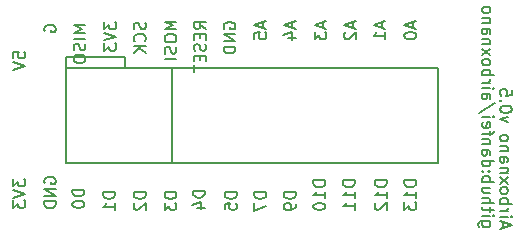
<source format=gbr>
G04 #@! TF.FileFunction,Legend,Bot*
%FSLAX46Y46*%
G04 Gerber Fmt 4.6, Leading zero omitted, Abs format (unit mm)*
G04 Created by KiCad (PCBNEW 4.0.7-e2-6376~61~ubuntu18.04.1) date Sun Sep 30 15:28:24 2018*
%MOMM*%
%LPD*%
G01*
G04 APERTURE LIST*
%ADD10C,0.100000*%
%ADD11C,0.150000*%
G04 APERTURE END LIST*
D10*
D11*
X91114286Y-69457143D02*
X90304762Y-69457143D01*
X90209524Y-69504762D01*
X90161905Y-69552381D01*
X90114286Y-69647620D01*
X90114286Y-69790477D01*
X90161905Y-69885715D01*
X90495238Y-69457143D02*
X90447619Y-69552381D01*
X90447619Y-69742858D01*
X90495238Y-69838096D01*
X90542857Y-69885715D01*
X90638095Y-69933334D01*
X90923810Y-69933334D01*
X91019048Y-69885715D01*
X91066667Y-69838096D01*
X91114286Y-69742858D01*
X91114286Y-69552381D01*
X91066667Y-69457143D01*
X90447619Y-68980953D02*
X91114286Y-68980953D01*
X91447619Y-68980953D02*
X91400000Y-69028572D01*
X91352381Y-68980953D01*
X91400000Y-68933334D01*
X91447619Y-68980953D01*
X91352381Y-68980953D01*
X91114286Y-68647620D02*
X91114286Y-68266668D01*
X91447619Y-68504763D02*
X90590476Y-68504763D01*
X90495238Y-68457144D01*
X90447619Y-68361906D01*
X90447619Y-68266668D01*
X90447619Y-67933334D02*
X91447619Y-67933334D01*
X90447619Y-67504762D02*
X90971429Y-67504762D01*
X91066667Y-67552381D01*
X91114286Y-67647619D01*
X91114286Y-67790477D01*
X91066667Y-67885715D01*
X91019048Y-67933334D01*
X91114286Y-66600000D02*
X90447619Y-66600000D01*
X91114286Y-67028572D02*
X90590476Y-67028572D01*
X90495238Y-66980953D01*
X90447619Y-66885715D01*
X90447619Y-66742857D01*
X90495238Y-66647619D01*
X90542857Y-66600000D01*
X90447619Y-66123810D02*
X91447619Y-66123810D01*
X91066667Y-66123810D02*
X91114286Y-66028572D01*
X91114286Y-65838095D01*
X91066667Y-65742857D01*
X91019048Y-65695238D01*
X90923810Y-65647619D01*
X90638095Y-65647619D01*
X90542857Y-65695238D01*
X90495238Y-65742857D01*
X90447619Y-65838095D01*
X90447619Y-66028572D01*
X90495238Y-66123810D01*
X90542857Y-65219048D02*
X90495238Y-65171429D01*
X90447619Y-65219048D01*
X90495238Y-65266667D01*
X90542857Y-65219048D01*
X90447619Y-65219048D01*
X91066667Y-65219048D02*
X91019048Y-65171429D01*
X90971429Y-65219048D01*
X91019048Y-65266667D01*
X91066667Y-65219048D01*
X90971429Y-65219048D01*
X90447619Y-64314286D02*
X91447619Y-64314286D01*
X90495238Y-64314286D02*
X90447619Y-64409524D01*
X90447619Y-64600001D01*
X90495238Y-64695239D01*
X90542857Y-64742858D01*
X90638095Y-64790477D01*
X90923810Y-64790477D01*
X91019048Y-64742858D01*
X91066667Y-64695239D01*
X91114286Y-64600001D01*
X91114286Y-64409524D01*
X91066667Y-64314286D01*
X90447619Y-63409524D02*
X90971429Y-63409524D01*
X91066667Y-63457143D01*
X91114286Y-63552381D01*
X91114286Y-63742858D01*
X91066667Y-63838096D01*
X90495238Y-63409524D02*
X90447619Y-63504762D01*
X90447619Y-63742858D01*
X90495238Y-63838096D01*
X90590476Y-63885715D01*
X90685714Y-63885715D01*
X90780952Y-63838096D01*
X90828571Y-63742858D01*
X90828571Y-63504762D01*
X90876190Y-63409524D01*
X91114286Y-62933334D02*
X90447619Y-62933334D01*
X91019048Y-62933334D02*
X91066667Y-62885715D01*
X91114286Y-62790477D01*
X91114286Y-62647619D01*
X91066667Y-62552381D01*
X90971429Y-62504762D01*
X90447619Y-62504762D01*
X91114286Y-62171429D02*
X91114286Y-61790477D01*
X90447619Y-62028572D02*
X91304762Y-62028572D01*
X91400000Y-61980953D01*
X91447619Y-61885715D01*
X91447619Y-61790477D01*
X90495238Y-61076190D02*
X90447619Y-61171428D01*
X90447619Y-61361905D01*
X90495238Y-61457143D01*
X90590476Y-61504762D01*
X90971429Y-61504762D01*
X91066667Y-61457143D01*
X91114286Y-61361905D01*
X91114286Y-61171428D01*
X91066667Y-61076190D01*
X90971429Y-61028571D01*
X90876190Y-61028571D01*
X90780952Y-61504762D01*
X90447619Y-60600000D02*
X91114286Y-60600000D01*
X91447619Y-60600000D02*
X91400000Y-60647619D01*
X91352381Y-60600000D01*
X91400000Y-60552381D01*
X91447619Y-60600000D01*
X91352381Y-60600000D01*
X91495238Y-59409524D02*
X90209524Y-60266667D01*
X90447619Y-58647619D02*
X90971429Y-58647619D01*
X91066667Y-58695238D01*
X91114286Y-58790476D01*
X91114286Y-58980953D01*
X91066667Y-59076191D01*
X90495238Y-58647619D02*
X90447619Y-58742857D01*
X90447619Y-58980953D01*
X90495238Y-59076191D01*
X90590476Y-59123810D01*
X90685714Y-59123810D01*
X90780952Y-59076191D01*
X90828571Y-58980953D01*
X90828571Y-58742857D01*
X90876190Y-58647619D01*
X90447619Y-58171429D02*
X91114286Y-58171429D01*
X91447619Y-58171429D02*
X91400000Y-58219048D01*
X91352381Y-58171429D01*
X91400000Y-58123810D01*
X91447619Y-58171429D01*
X91352381Y-58171429D01*
X90447619Y-57695239D02*
X91114286Y-57695239D01*
X90923810Y-57695239D02*
X91019048Y-57647620D01*
X91066667Y-57600001D01*
X91114286Y-57504763D01*
X91114286Y-57409524D01*
X90447619Y-57076191D02*
X91447619Y-57076191D01*
X91066667Y-57076191D02*
X91114286Y-56980953D01*
X91114286Y-56790476D01*
X91066667Y-56695238D01*
X91019048Y-56647619D01*
X90923810Y-56600000D01*
X90638095Y-56600000D01*
X90542857Y-56647619D01*
X90495238Y-56695238D01*
X90447619Y-56790476D01*
X90447619Y-56980953D01*
X90495238Y-57076191D01*
X90447619Y-56028572D02*
X90495238Y-56123810D01*
X90542857Y-56171429D01*
X90638095Y-56219048D01*
X90923810Y-56219048D01*
X91019048Y-56171429D01*
X91066667Y-56123810D01*
X91114286Y-56028572D01*
X91114286Y-55885714D01*
X91066667Y-55790476D01*
X91019048Y-55742857D01*
X90923810Y-55695238D01*
X90638095Y-55695238D01*
X90542857Y-55742857D01*
X90495238Y-55790476D01*
X90447619Y-55885714D01*
X90447619Y-56028572D01*
X90447619Y-55361905D02*
X91114286Y-54838095D01*
X91114286Y-55361905D02*
X90447619Y-54838095D01*
X91114286Y-54457143D02*
X90447619Y-54457143D01*
X91019048Y-54457143D02*
X91066667Y-54409524D01*
X91114286Y-54314286D01*
X91114286Y-54171428D01*
X91066667Y-54076190D01*
X90971429Y-54028571D01*
X90447619Y-54028571D01*
X90447619Y-53123809D02*
X90971429Y-53123809D01*
X91066667Y-53171428D01*
X91114286Y-53266666D01*
X91114286Y-53457143D01*
X91066667Y-53552381D01*
X90495238Y-53123809D02*
X90447619Y-53219047D01*
X90447619Y-53457143D01*
X90495238Y-53552381D01*
X90590476Y-53600000D01*
X90685714Y-53600000D01*
X90780952Y-53552381D01*
X90828571Y-53457143D01*
X90828571Y-53219047D01*
X90876190Y-53123809D01*
X91114286Y-52647619D02*
X90447619Y-52647619D01*
X91019048Y-52647619D02*
X91066667Y-52600000D01*
X91114286Y-52504762D01*
X91114286Y-52361904D01*
X91066667Y-52266666D01*
X90971429Y-52219047D01*
X90447619Y-52219047D01*
X90447619Y-51600000D02*
X90495238Y-51695238D01*
X90542857Y-51742857D01*
X90638095Y-51790476D01*
X90923810Y-51790476D01*
X91019048Y-51742857D01*
X91066667Y-51695238D01*
X91114286Y-51600000D01*
X91114286Y-51457142D01*
X91066667Y-51361904D01*
X91019048Y-51314285D01*
X90923810Y-51266666D01*
X90638095Y-51266666D01*
X90542857Y-51314285D01*
X90495238Y-51361904D01*
X90447619Y-51457142D01*
X90447619Y-51600000D01*
X84852381Y-65985714D02*
X83852381Y-65985714D01*
X83852381Y-66223809D01*
X83900000Y-66366667D01*
X83995238Y-66461905D01*
X84090476Y-66509524D01*
X84280952Y-66557143D01*
X84423810Y-66557143D01*
X84614286Y-66509524D01*
X84709524Y-66461905D01*
X84804762Y-66366667D01*
X84852381Y-66223809D01*
X84852381Y-65985714D01*
X84852381Y-67509524D02*
X84852381Y-66938095D01*
X84852381Y-67223809D02*
X83852381Y-67223809D01*
X83995238Y-67128571D01*
X84090476Y-67033333D01*
X84138095Y-66938095D01*
X83852381Y-67842857D02*
X83852381Y-68461905D01*
X84233333Y-68128571D01*
X84233333Y-68271429D01*
X84280952Y-68366667D01*
X84328571Y-68414286D01*
X84423810Y-68461905D01*
X84661905Y-68461905D01*
X84757143Y-68414286D01*
X84804762Y-68366667D01*
X84852381Y-68271429D01*
X84852381Y-67985714D01*
X84804762Y-67890476D01*
X84757143Y-67842857D01*
X82352381Y-65985714D02*
X81352381Y-65985714D01*
X81352381Y-66223809D01*
X81400000Y-66366667D01*
X81495238Y-66461905D01*
X81590476Y-66509524D01*
X81780952Y-66557143D01*
X81923810Y-66557143D01*
X82114286Y-66509524D01*
X82209524Y-66461905D01*
X82304762Y-66366667D01*
X82352381Y-66223809D01*
X82352381Y-65985714D01*
X82352381Y-67509524D02*
X82352381Y-66938095D01*
X82352381Y-67223809D02*
X81352381Y-67223809D01*
X81495238Y-67128571D01*
X81590476Y-67033333D01*
X81638095Y-66938095D01*
X81447619Y-67890476D02*
X81400000Y-67938095D01*
X81352381Y-68033333D01*
X81352381Y-68271429D01*
X81400000Y-68366667D01*
X81447619Y-68414286D01*
X81542857Y-68461905D01*
X81638095Y-68461905D01*
X81780952Y-68414286D01*
X82352381Y-67842857D01*
X82352381Y-68461905D01*
X79652381Y-65985714D02*
X78652381Y-65985714D01*
X78652381Y-66223809D01*
X78700000Y-66366667D01*
X78795238Y-66461905D01*
X78890476Y-66509524D01*
X79080952Y-66557143D01*
X79223810Y-66557143D01*
X79414286Y-66509524D01*
X79509524Y-66461905D01*
X79604762Y-66366667D01*
X79652381Y-66223809D01*
X79652381Y-65985714D01*
X79652381Y-67509524D02*
X79652381Y-66938095D01*
X79652381Y-67223809D02*
X78652381Y-67223809D01*
X78795238Y-67128571D01*
X78890476Y-67033333D01*
X78938095Y-66938095D01*
X79652381Y-68461905D02*
X79652381Y-67890476D01*
X79652381Y-68176190D02*
X78652381Y-68176190D01*
X78795238Y-68080952D01*
X78890476Y-67985714D01*
X78938095Y-67890476D01*
X77152381Y-65985714D02*
X76152381Y-65985714D01*
X76152381Y-66223809D01*
X76200000Y-66366667D01*
X76295238Y-66461905D01*
X76390476Y-66509524D01*
X76580952Y-66557143D01*
X76723810Y-66557143D01*
X76914286Y-66509524D01*
X77009524Y-66461905D01*
X77104762Y-66366667D01*
X77152381Y-66223809D01*
X77152381Y-65985714D01*
X77152381Y-67509524D02*
X77152381Y-66938095D01*
X77152381Y-67223809D02*
X76152381Y-67223809D01*
X76295238Y-67128571D01*
X76390476Y-67033333D01*
X76438095Y-66938095D01*
X76152381Y-68128571D02*
X76152381Y-68223810D01*
X76200000Y-68319048D01*
X76247619Y-68366667D01*
X76342857Y-68414286D01*
X76533333Y-68461905D01*
X76771429Y-68461905D01*
X76961905Y-68414286D01*
X77057143Y-68366667D01*
X77104762Y-68319048D01*
X77152381Y-68223810D01*
X77152381Y-68128571D01*
X77104762Y-68033333D01*
X77057143Y-67985714D01*
X76961905Y-67938095D01*
X76771429Y-67890476D01*
X76533333Y-67890476D01*
X76342857Y-67938095D01*
X76247619Y-67985714D01*
X76200000Y-68033333D01*
X76152381Y-68128571D01*
X74652381Y-66961905D02*
X73652381Y-66961905D01*
X73652381Y-67200000D01*
X73700000Y-67342858D01*
X73795238Y-67438096D01*
X73890476Y-67485715D01*
X74080952Y-67533334D01*
X74223810Y-67533334D01*
X74414286Y-67485715D01*
X74509524Y-67438096D01*
X74604762Y-67342858D01*
X74652381Y-67200000D01*
X74652381Y-66961905D01*
X74652381Y-68009524D02*
X74652381Y-68200000D01*
X74604762Y-68295239D01*
X74557143Y-68342858D01*
X74414286Y-68438096D01*
X74223810Y-68485715D01*
X73842857Y-68485715D01*
X73747619Y-68438096D01*
X73700000Y-68390477D01*
X73652381Y-68295239D01*
X73652381Y-68104762D01*
X73700000Y-68009524D01*
X73747619Y-67961905D01*
X73842857Y-67914286D01*
X74080952Y-67914286D01*
X74176190Y-67961905D01*
X74223810Y-68009524D01*
X74271429Y-68104762D01*
X74271429Y-68295239D01*
X74223810Y-68390477D01*
X74176190Y-68438096D01*
X74080952Y-68485715D01*
X72152381Y-66961905D02*
X71152381Y-66961905D01*
X71152381Y-67200000D01*
X71200000Y-67342858D01*
X71295238Y-67438096D01*
X71390476Y-67485715D01*
X71580952Y-67533334D01*
X71723810Y-67533334D01*
X71914286Y-67485715D01*
X72009524Y-67438096D01*
X72104762Y-67342858D01*
X72152381Y-67200000D01*
X72152381Y-66961905D01*
X71152381Y-67866667D02*
X71152381Y-68533334D01*
X72152381Y-68104762D01*
X69652381Y-66961905D02*
X68652381Y-66961905D01*
X68652381Y-67200000D01*
X68700000Y-67342858D01*
X68795238Y-67438096D01*
X68890476Y-67485715D01*
X69080952Y-67533334D01*
X69223810Y-67533334D01*
X69414286Y-67485715D01*
X69509524Y-67438096D01*
X69604762Y-67342858D01*
X69652381Y-67200000D01*
X69652381Y-66961905D01*
X68652381Y-68438096D02*
X68652381Y-67961905D01*
X69128571Y-67914286D01*
X69080952Y-67961905D01*
X69033333Y-68057143D01*
X69033333Y-68295239D01*
X69080952Y-68390477D01*
X69128571Y-68438096D01*
X69223810Y-68485715D01*
X69461905Y-68485715D01*
X69557143Y-68438096D01*
X69604762Y-68390477D01*
X69652381Y-68295239D01*
X69652381Y-68057143D01*
X69604762Y-67961905D01*
X69557143Y-67914286D01*
X66952381Y-66861905D02*
X65952381Y-66861905D01*
X65952381Y-67100000D01*
X66000000Y-67242858D01*
X66095238Y-67338096D01*
X66190476Y-67385715D01*
X66380952Y-67433334D01*
X66523810Y-67433334D01*
X66714286Y-67385715D01*
X66809524Y-67338096D01*
X66904762Y-67242858D01*
X66952381Y-67100000D01*
X66952381Y-66861905D01*
X66285714Y-68290477D02*
X66952381Y-68290477D01*
X65904762Y-68052381D02*
X66619048Y-67814286D01*
X66619048Y-68433334D01*
X64552381Y-66961905D02*
X63552381Y-66961905D01*
X63552381Y-67200000D01*
X63600000Y-67342858D01*
X63695238Y-67438096D01*
X63790476Y-67485715D01*
X63980952Y-67533334D01*
X64123810Y-67533334D01*
X64314286Y-67485715D01*
X64409524Y-67438096D01*
X64504762Y-67342858D01*
X64552381Y-67200000D01*
X64552381Y-66961905D01*
X63552381Y-67866667D02*
X63552381Y-68485715D01*
X63933333Y-68152381D01*
X63933333Y-68295239D01*
X63980952Y-68390477D01*
X64028571Y-68438096D01*
X64123810Y-68485715D01*
X64361905Y-68485715D01*
X64457143Y-68438096D01*
X64504762Y-68390477D01*
X64552381Y-68295239D01*
X64552381Y-68009524D01*
X64504762Y-67914286D01*
X64457143Y-67866667D01*
X61952381Y-66961905D02*
X60952381Y-66961905D01*
X60952381Y-67200000D01*
X61000000Y-67342858D01*
X61095238Y-67438096D01*
X61190476Y-67485715D01*
X61380952Y-67533334D01*
X61523810Y-67533334D01*
X61714286Y-67485715D01*
X61809524Y-67438096D01*
X61904762Y-67342858D01*
X61952381Y-67200000D01*
X61952381Y-66961905D01*
X61047619Y-67914286D02*
X61000000Y-67961905D01*
X60952381Y-68057143D01*
X60952381Y-68295239D01*
X61000000Y-68390477D01*
X61047619Y-68438096D01*
X61142857Y-68485715D01*
X61238095Y-68485715D01*
X61380952Y-68438096D01*
X61952381Y-67866667D01*
X61952381Y-68485715D01*
X59352381Y-66961905D02*
X58352381Y-66961905D01*
X58352381Y-67200000D01*
X58400000Y-67342858D01*
X58495238Y-67438096D01*
X58590476Y-67485715D01*
X58780952Y-67533334D01*
X58923810Y-67533334D01*
X59114286Y-67485715D01*
X59209524Y-67438096D01*
X59304762Y-67342858D01*
X59352381Y-67200000D01*
X59352381Y-66961905D01*
X59352381Y-68485715D02*
X59352381Y-67914286D01*
X59352381Y-68200000D02*
X58352381Y-68200000D01*
X58495238Y-68104762D01*
X58590476Y-68009524D01*
X58638095Y-67914286D01*
X56752381Y-66761905D02*
X55752381Y-66761905D01*
X55752381Y-67000000D01*
X55800000Y-67142858D01*
X55895238Y-67238096D01*
X55990476Y-67285715D01*
X56180952Y-67333334D01*
X56323810Y-67333334D01*
X56514286Y-67285715D01*
X56609524Y-67238096D01*
X56704762Y-67142858D01*
X56752381Y-67000000D01*
X56752381Y-66761905D01*
X55752381Y-67952381D02*
X55752381Y-68047620D01*
X55800000Y-68142858D01*
X55847619Y-68190477D01*
X55942857Y-68238096D01*
X56133333Y-68285715D01*
X56371429Y-68285715D01*
X56561905Y-68238096D01*
X56657143Y-68190477D01*
X56704762Y-68142858D01*
X56752381Y-68047620D01*
X56752381Y-67952381D01*
X56704762Y-67857143D01*
X56657143Y-67809524D01*
X56561905Y-67761905D01*
X56371429Y-67714286D01*
X56133333Y-67714286D01*
X55942857Y-67761905D01*
X55847619Y-67809524D01*
X55800000Y-67857143D01*
X55752381Y-67952381D01*
X53400000Y-66238096D02*
X53352381Y-66142858D01*
X53352381Y-66000001D01*
X53400000Y-65857143D01*
X53495238Y-65761905D01*
X53590476Y-65714286D01*
X53780952Y-65666667D01*
X53923810Y-65666667D01*
X54114286Y-65714286D01*
X54209524Y-65761905D01*
X54304762Y-65857143D01*
X54352381Y-66000001D01*
X54352381Y-66095239D01*
X54304762Y-66238096D01*
X54257143Y-66285715D01*
X53923810Y-66285715D01*
X53923810Y-66095239D01*
X54352381Y-66714286D02*
X53352381Y-66714286D01*
X54352381Y-67285715D01*
X53352381Y-67285715D01*
X54352381Y-67761905D02*
X53352381Y-67761905D01*
X53352381Y-68000000D01*
X53400000Y-68142858D01*
X53495238Y-68238096D01*
X53590476Y-68285715D01*
X53780952Y-68333334D01*
X53923810Y-68333334D01*
X54114286Y-68285715D01*
X54209524Y-68238096D01*
X54304762Y-68142858D01*
X54352381Y-68000000D01*
X54352381Y-67761905D01*
X50752381Y-65861905D02*
X50752381Y-66480953D01*
X51133333Y-66147619D01*
X51133333Y-66290477D01*
X51180952Y-66385715D01*
X51228571Y-66433334D01*
X51323810Y-66480953D01*
X51561905Y-66480953D01*
X51657143Y-66433334D01*
X51704762Y-66385715D01*
X51752381Y-66290477D01*
X51752381Y-66004762D01*
X51704762Y-65909524D01*
X51657143Y-65861905D01*
X50752381Y-66766667D02*
X51752381Y-67100000D01*
X50752381Y-67433334D01*
X50752381Y-67671429D02*
X50752381Y-68290477D01*
X51133333Y-67957143D01*
X51133333Y-68100001D01*
X51180952Y-68195239D01*
X51228571Y-68242858D01*
X51323810Y-68290477D01*
X51561905Y-68290477D01*
X51657143Y-68242858D01*
X51704762Y-68195239D01*
X51752381Y-68100001D01*
X51752381Y-67814286D01*
X51704762Y-67719048D01*
X51657143Y-67671429D01*
X84566667Y-52585714D02*
X84566667Y-53061905D01*
X84852381Y-52490476D02*
X83852381Y-52823809D01*
X84852381Y-53157143D01*
X83852381Y-53680952D02*
X83852381Y-53776191D01*
X83900000Y-53871429D01*
X83947619Y-53919048D01*
X84042857Y-53966667D01*
X84233333Y-54014286D01*
X84471429Y-54014286D01*
X84661905Y-53966667D01*
X84757143Y-53919048D01*
X84804762Y-53871429D01*
X84852381Y-53776191D01*
X84852381Y-53680952D01*
X84804762Y-53585714D01*
X84757143Y-53538095D01*
X84661905Y-53490476D01*
X84471429Y-53442857D01*
X84233333Y-53442857D01*
X84042857Y-53490476D01*
X83947619Y-53538095D01*
X83900000Y-53585714D01*
X83852381Y-53680952D01*
X81966667Y-52585714D02*
X81966667Y-53061905D01*
X82252381Y-52490476D02*
X81252381Y-52823809D01*
X82252381Y-53157143D01*
X82252381Y-54014286D02*
X82252381Y-53442857D01*
X82252381Y-53728571D02*
X81252381Y-53728571D01*
X81395238Y-53633333D01*
X81490476Y-53538095D01*
X81538095Y-53442857D01*
X79466667Y-52585714D02*
X79466667Y-53061905D01*
X79752381Y-52490476D02*
X78752381Y-52823809D01*
X79752381Y-53157143D01*
X78847619Y-53442857D02*
X78800000Y-53490476D01*
X78752381Y-53585714D01*
X78752381Y-53823810D01*
X78800000Y-53919048D01*
X78847619Y-53966667D01*
X78942857Y-54014286D01*
X79038095Y-54014286D01*
X79180952Y-53966667D01*
X79752381Y-53395238D01*
X79752381Y-54014286D01*
X76966667Y-52585714D02*
X76966667Y-53061905D01*
X77252381Y-52490476D02*
X76252381Y-52823809D01*
X77252381Y-53157143D01*
X76252381Y-53395238D02*
X76252381Y-54014286D01*
X76633333Y-53680952D01*
X76633333Y-53823810D01*
X76680952Y-53919048D01*
X76728571Y-53966667D01*
X76823810Y-54014286D01*
X77061905Y-54014286D01*
X77157143Y-53966667D01*
X77204762Y-53919048D01*
X77252381Y-53823810D01*
X77252381Y-53538095D01*
X77204762Y-53442857D01*
X77157143Y-53395238D01*
X74366667Y-52585714D02*
X74366667Y-53061905D01*
X74652381Y-52490476D02*
X73652381Y-52823809D01*
X74652381Y-53157143D01*
X73985714Y-53919048D02*
X74652381Y-53919048D01*
X73604762Y-53680952D02*
X74319048Y-53442857D01*
X74319048Y-54061905D01*
X71866667Y-52585714D02*
X71866667Y-53061905D01*
X72152381Y-52490476D02*
X71152381Y-52823809D01*
X72152381Y-53157143D01*
X71152381Y-53966667D02*
X71152381Y-53490476D01*
X71628571Y-53442857D01*
X71580952Y-53490476D01*
X71533333Y-53585714D01*
X71533333Y-53823810D01*
X71580952Y-53919048D01*
X71628571Y-53966667D01*
X71723810Y-54014286D01*
X71961905Y-54014286D01*
X72057143Y-53966667D01*
X72104762Y-53919048D01*
X72152381Y-53823810D01*
X72152381Y-53585714D01*
X72104762Y-53490476D01*
X72057143Y-53442857D01*
X68600000Y-53138096D02*
X68552381Y-53042858D01*
X68552381Y-52900001D01*
X68600000Y-52757143D01*
X68695238Y-52661905D01*
X68790476Y-52614286D01*
X68980952Y-52566667D01*
X69123810Y-52566667D01*
X69314286Y-52614286D01*
X69409524Y-52661905D01*
X69504762Y-52757143D01*
X69552381Y-52900001D01*
X69552381Y-52995239D01*
X69504762Y-53138096D01*
X69457143Y-53185715D01*
X69123810Y-53185715D01*
X69123810Y-52995239D01*
X69552381Y-53614286D02*
X68552381Y-53614286D01*
X69552381Y-54185715D01*
X68552381Y-54185715D01*
X69552381Y-54661905D02*
X68552381Y-54661905D01*
X68552381Y-54900000D01*
X68600000Y-55042858D01*
X68695238Y-55138096D01*
X68790476Y-55185715D01*
X68980952Y-55233334D01*
X69123810Y-55233334D01*
X69314286Y-55185715D01*
X69409524Y-55138096D01*
X69504762Y-55042858D01*
X69552381Y-54900000D01*
X69552381Y-54661905D01*
X67052381Y-53147619D02*
X66576190Y-52814285D01*
X67052381Y-52576190D02*
X66052381Y-52576190D01*
X66052381Y-52957143D01*
X66100000Y-53052381D01*
X66147619Y-53100000D01*
X66242857Y-53147619D01*
X66385714Y-53147619D01*
X66480952Y-53100000D01*
X66528571Y-53052381D01*
X66576190Y-52957143D01*
X66576190Y-52576190D01*
X66528571Y-53576190D02*
X66528571Y-53909524D01*
X67052381Y-54052381D02*
X67052381Y-53576190D01*
X66052381Y-53576190D01*
X66052381Y-54052381D01*
X67004762Y-54433333D02*
X67052381Y-54576190D01*
X67052381Y-54814286D01*
X67004762Y-54909524D01*
X66957143Y-54957143D01*
X66861905Y-55004762D01*
X66766667Y-55004762D01*
X66671429Y-54957143D01*
X66623810Y-54909524D01*
X66576190Y-54814286D01*
X66528571Y-54623809D01*
X66480952Y-54528571D01*
X66433333Y-54480952D01*
X66338095Y-54433333D01*
X66242857Y-54433333D01*
X66147619Y-54480952D01*
X66100000Y-54528571D01*
X66052381Y-54623809D01*
X66052381Y-54861905D01*
X66100000Y-55004762D01*
X66528571Y-55433333D02*
X66528571Y-55766667D01*
X67052381Y-55909524D02*
X67052381Y-55433333D01*
X66052381Y-55433333D01*
X66052381Y-55909524D01*
X66052381Y-56195238D02*
X66052381Y-56766667D01*
X67052381Y-56480952D02*
X66052381Y-56480952D01*
X64552381Y-52528572D02*
X63552381Y-52528572D01*
X64266667Y-52861906D01*
X63552381Y-53195239D01*
X64552381Y-53195239D01*
X63552381Y-53861905D02*
X63552381Y-54052382D01*
X63600000Y-54147620D01*
X63695238Y-54242858D01*
X63885714Y-54290477D01*
X64219048Y-54290477D01*
X64409524Y-54242858D01*
X64504762Y-54147620D01*
X64552381Y-54052382D01*
X64552381Y-53861905D01*
X64504762Y-53766667D01*
X64409524Y-53671429D01*
X64219048Y-53623810D01*
X63885714Y-53623810D01*
X63695238Y-53671429D01*
X63600000Y-53766667D01*
X63552381Y-53861905D01*
X64504762Y-54671429D02*
X64552381Y-54814286D01*
X64552381Y-55052382D01*
X64504762Y-55147620D01*
X64457143Y-55195239D01*
X64361905Y-55242858D01*
X64266667Y-55242858D01*
X64171429Y-55195239D01*
X64123810Y-55147620D01*
X64076190Y-55052382D01*
X64028571Y-54861905D01*
X63980952Y-54766667D01*
X63933333Y-54719048D01*
X63838095Y-54671429D01*
X63742857Y-54671429D01*
X63647619Y-54719048D01*
X63600000Y-54766667D01*
X63552381Y-54861905D01*
X63552381Y-55100001D01*
X63600000Y-55242858D01*
X64552381Y-55671429D02*
X63552381Y-55671429D01*
X61904762Y-52614286D02*
X61952381Y-52757143D01*
X61952381Y-52995239D01*
X61904762Y-53090477D01*
X61857143Y-53138096D01*
X61761905Y-53185715D01*
X61666667Y-53185715D01*
X61571429Y-53138096D01*
X61523810Y-53090477D01*
X61476190Y-52995239D01*
X61428571Y-52804762D01*
X61380952Y-52709524D01*
X61333333Y-52661905D01*
X61238095Y-52614286D01*
X61142857Y-52614286D01*
X61047619Y-52661905D01*
X61000000Y-52709524D01*
X60952381Y-52804762D01*
X60952381Y-53042858D01*
X61000000Y-53185715D01*
X61857143Y-54185715D02*
X61904762Y-54138096D01*
X61952381Y-53995239D01*
X61952381Y-53900001D01*
X61904762Y-53757143D01*
X61809524Y-53661905D01*
X61714286Y-53614286D01*
X61523810Y-53566667D01*
X61380952Y-53566667D01*
X61190476Y-53614286D01*
X61095238Y-53661905D01*
X61000000Y-53757143D01*
X60952381Y-53900001D01*
X60952381Y-53995239D01*
X61000000Y-54138096D01*
X61047619Y-54185715D01*
X61952381Y-54614286D02*
X60952381Y-54614286D01*
X61952381Y-55185715D02*
X61380952Y-54757143D01*
X60952381Y-55185715D02*
X61523810Y-54614286D01*
X58452381Y-52561905D02*
X58452381Y-53180953D01*
X58833333Y-52847619D01*
X58833333Y-52990477D01*
X58880952Y-53085715D01*
X58928571Y-53133334D01*
X59023810Y-53180953D01*
X59261905Y-53180953D01*
X59357143Y-53133334D01*
X59404762Y-53085715D01*
X59452381Y-52990477D01*
X59452381Y-52704762D01*
X59404762Y-52609524D01*
X59357143Y-52561905D01*
X58452381Y-53466667D02*
X59452381Y-53800000D01*
X58452381Y-54133334D01*
X58452381Y-54371429D02*
X58452381Y-54990477D01*
X58833333Y-54657143D01*
X58833333Y-54800001D01*
X58880952Y-54895239D01*
X58928571Y-54942858D01*
X59023810Y-54990477D01*
X59261905Y-54990477D01*
X59357143Y-54942858D01*
X59404762Y-54895239D01*
X59452381Y-54800001D01*
X59452381Y-54514286D01*
X59404762Y-54419048D01*
X59357143Y-54371429D01*
X56852381Y-52828572D02*
X55852381Y-52828572D01*
X56566667Y-53161906D01*
X55852381Y-53495239D01*
X56852381Y-53495239D01*
X56852381Y-53971429D02*
X55852381Y-53971429D01*
X56804762Y-54400000D02*
X56852381Y-54542857D01*
X56852381Y-54780953D01*
X56804762Y-54876191D01*
X56757143Y-54923810D01*
X56661905Y-54971429D01*
X56566667Y-54971429D01*
X56471429Y-54923810D01*
X56423810Y-54876191D01*
X56376190Y-54780953D01*
X56328571Y-54590476D01*
X56280952Y-54495238D01*
X56233333Y-54447619D01*
X56138095Y-54400000D01*
X56042857Y-54400000D01*
X55947619Y-54447619D01*
X55900000Y-54495238D01*
X55852381Y-54590476D01*
X55852381Y-54828572D01*
X55900000Y-54971429D01*
X55852381Y-55590476D02*
X55852381Y-55780953D01*
X55900000Y-55876191D01*
X55995238Y-55971429D01*
X56185714Y-56019048D01*
X56519048Y-56019048D01*
X56709524Y-55971429D01*
X56804762Y-55876191D01*
X56852381Y-55780953D01*
X56852381Y-55590476D01*
X56804762Y-55495238D01*
X56709524Y-55400000D01*
X56519048Y-55352381D01*
X56185714Y-55352381D01*
X55995238Y-55400000D01*
X55900000Y-55495238D01*
X55852381Y-55590476D01*
X53400000Y-53361905D02*
X53352381Y-53266667D01*
X53352381Y-53123810D01*
X53400000Y-52980952D01*
X53495238Y-52885714D01*
X53590476Y-52838095D01*
X53780952Y-52790476D01*
X53923810Y-52790476D01*
X54114286Y-52838095D01*
X54209524Y-52885714D01*
X54304762Y-52980952D01*
X54352381Y-53123810D01*
X54352381Y-53219048D01*
X54304762Y-53361905D01*
X54257143Y-53409524D01*
X53923810Y-53409524D01*
X53923810Y-53219048D01*
X50752381Y-55609524D02*
X50752381Y-55133333D01*
X51228571Y-55085714D01*
X51180952Y-55133333D01*
X51133333Y-55228571D01*
X51133333Y-55466667D01*
X51180952Y-55561905D01*
X51228571Y-55609524D01*
X51323810Y-55657143D01*
X51561905Y-55657143D01*
X51657143Y-55609524D01*
X51704762Y-55561905D01*
X51752381Y-55466667D01*
X51752381Y-55228571D01*
X51704762Y-55133333D01*
X51657143Y-55085714D01*
X50752381Y-55942857D02*
X51752381Y-56276190D01*
X50752381Y-56609524D01*
X92233333Y-69957143D02*
X92233333Y-69480952D01*
X91947619Y-70052381D02*
X92947619Y-69719048D01*
X91947619Y-69385714D01*
X91947619Y-69052381D02*
X92614286Y-69052381D01*
X92947619Y-69052381D02*
X92900000Y-69100000D01*
X92852381Y-69052381D01*
X92900000Y-69004762D01*
X92947619Y-69052381D01*
X92852381Y-69052381D01*
X91947619Y-68576191D02*
X92614286Y-68576191D01*
X92423810Y-68576191D02*
X92519048Y-68528572D01*
X92566667Y-68480953D01*
X92614286Y-68385715D01*
X92614286Y-68290476D01*
X91947619Y-67957143D02*
X92947619Y-67957143D01*
X92566667Y-67957143D02*
X92614286Y-67861905D01*
X92614286Y-67671428D01*
X92566667Y-67576190D01*
X92519048Y-67528571D01*
X92423810Y-67480952D01*
X92138095Y-67480952D01*
X92042857Y-67528571D01*
X91995238Y-67576190D01*
X91947619Y-67671428D01*
X91947619Y-67861905D01*
X91995238Y-67957143D01*
X91947619Y-66909524D02*
X91995238Y-67004762D01*
X92042857Y-67052381D01*
X92138095Y-67100000D01*
X92423810Y-67100000D01*
X92519048Y-67052381D01*
X92566667Y-67004762D01*
X92614286Y-66909524D01*
X92614286Y-66766666D01*
X92566667Y-66671428D01*
X92519048Y-66623809D01*
X92423810Y-66576190D01*
X92138095Y-66576190D01*
X92042857Y-66623809D01*
X91995238Y-66671428D01*
X91947619Y-66766666D01*
X91947619Y-66909524D01*
X91947619Y-66242857D02*
X92614286Y-65719047D01*
X92614286Y-66242857D02*
X91947619Y-65719047D01*
X92614286Y-65338095D02*
X91947619Y-65338095D01*
X92519048Y-65338095D02*
X92566667Y-65290476D01*
X92614286Y-65195238D01*
X92614286Y-65052380D01*
X92566667Y-64957142D01*
X92471429Y-64909523D01*
X91947619Y-64909523D01*
X91947619Y-64004761D02*
X92471429Y-64004761D01*
X92566667Y-64052380D01*
X92614286Y-64147618D01*
X92614286Y-64338095D01*
X92566667Y-64433333D01*
X91995238Y-64004761D02*
X91947619Y-64099999D01*
X91947619Y-64338095D01*
X91995238Y-64433333D01*
X92090476Y-64480952D01*
X92185714Y-64480952D01*
X92280952Y-64433333D01*
X92328571Y-64338095D01*
X92328571Y-64099999D01*
X92376190Y-64004761D01*
X92614286Y-63528571D02*
X91947619Y-63528571D01*
X92519048Y-63528571D02*
X92566667Y-63480952D01*
X92614286Y-63385714D01*
X92614286Y-63242856D01*
X92566667Y-63147618D01*
X92471429Y-63099999D01*
X91947619Y-63099999D01*
X91947619Y-62480952D02*
X91995238Y-62576190D01*
X92042857Y-62623809D01*
X92138095Y-62671428D01*
X92423810Y-62671428D01*
X92519048Y-62623809D01*
X92566667Y-62576190D01*
X92614286Y-62480952D01*
X92614286Y-62338094D01*
X92566667Y-62242856D01*
X92519048Y-62195237D01*
X92423810Y-62147618D01*
X92138095Y-62147618D01*
X92042857Y-62195237D01*
X91995238Y-62242856D01*
X91947619Y-62338094D01*
X91947619Y-62480952D01*
X92614286Y-61052380D02*
X91947619Y-60814285D01*
X92614286Y-60576189D01*
X92947619Y-60004761D02*
X92947619Y-59909522D01*
X92900000Y-59814284D01*
X92852381Y-59766665D01*
X92757143Y-59719046D01*
X92566667Y-59671427D01*
X92328571Y-59671427D01*
X92138095Y-59719046D01*
X92042857Y-59766665D01*
X91995238Y-59814284D01*
X91947619Y-59909522D01*
X91947619Y-60004761D01*
X91995238Y-60099999D01*
X92042857Y-60147618D01*
X92138095Y-60195237D01*
X92328571Y-60242856D01*
X92566667Y-60242856D01*
X92757143Y-60195237D01*
X92852381Y-60147618D01*
X92900000Y-60099999D01*
X92947619Y-60004761D01*
X92042857Y-59242856D02*
X91995238Y-59195237D01*
X91947619Y-59242856D01*
X91995238Y-59290475D01*
X92042857Y-59242856D01*
X91947619Y-59242856D01*
X92947619Y-58290475D02*
X92947619Y-58766666D01*
X92471429Y-58814285D01*
X92519048Y-58766666D01*
X92566667Y-58671428D01*
X92566667Y-58433332D01*
X92519048Y-58338094D01*
X92471429Y-58290475D01*
X92376190Y-58242856D01*
X92138095Y-58242856D01*
X92042857Y-58290475D01*
X91995238Y-58338094D01*
X91947619Y-58433332D01*
X91947619Y-58671428D01*
X91995238Y-58766666D01*
X92042857Y-58814285D01*
X64200000Y-60500000D02*
X64200000Y-64500000D01*
X64200000Y-60500000D02*
X64200000Y-56500000D01*
X55200000Y-56500000D02*
X55200000Y-55500000D01*
X55200000Y-55500000D02*
X60200000Y-55500000D01*
X60200000Y-55500000D02*
X60200000Y-56500000D01*
X55200000Y-60500000D02*
X55200000Y-56500000D01*
X55200000Y-56500000D02*
X86700000Y-56500000D01*
X86700000Y-56500000D02*
X86700000Y-64500000D01*
X86700000Y-64500000D02*
X55200000Y-64500000D01*
X55200000Y-64500000D02*
X55200000Y-60500000D01*
M02*

</source>
